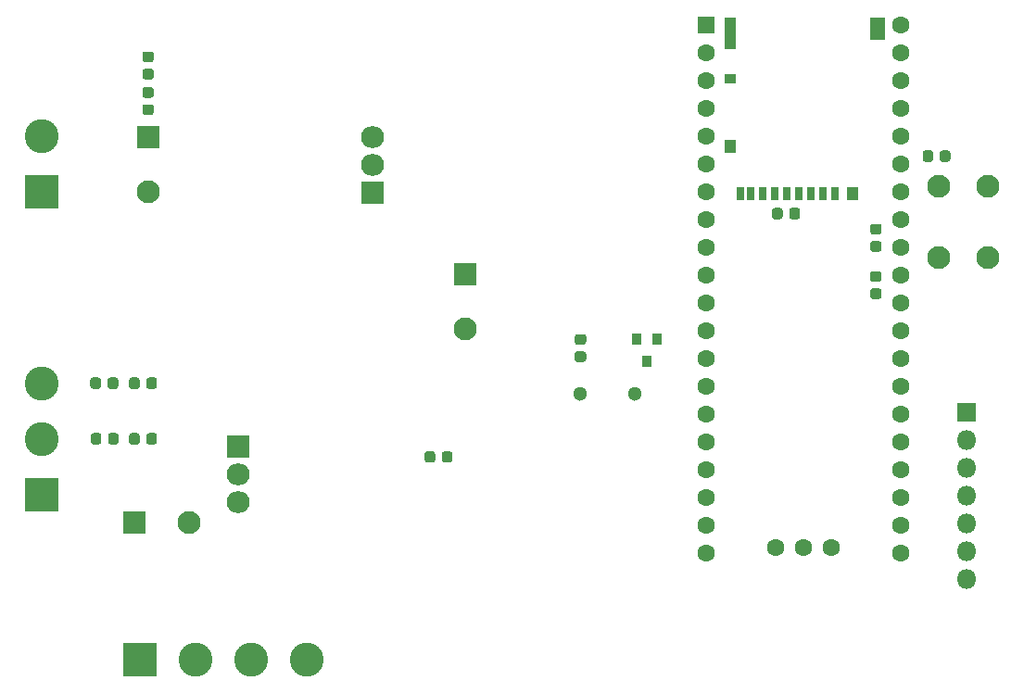
<source format=gbr>
%TF.GenerationSoftware,KiCad,Pcbnew,(5.1.6)-1*%
%TF.CreationDate,2022-03-23T15:28:11-04:00*%
%TF.ProjectId,MPPT_picoShield,4d505054-5f70-4696-936f-536869656c64,rev?*%
%TF.SameCoordinates,Original*%
%TF.FileFunction,Soldermask,Bot*%
%TF.FilePolarity,Negative*%
%FSLAX46Y46*%
G04 Gerber Fmt 4.6, Leading zero omitted, Abs format (unit mm)*
G04 Created by KiCad (PCBNEW (5.1.6)-1) date 2022-03-23 15:28:11*
%MOMM*%
%LPD*%
G01*
G04 APERTURE LIST*
%ADD10C,1.600000*%
%ADD11R,1.600000X1.600000*%
%ADD12C,2.100000*%
%ADD13O,2.100000X2.005000*%
%ADD14R,2.100000X2.005000*%
%ADD15R,0.900000X1.000000*%
%ADD16O,1.800000X1.800000*%
%ADD17R,1.800000X1.800000*%
%ADD18R,1.400000X2.000000*%
%ADD19R,1.100000X2.900000*%
%ADD20R,1.100000X0.900000*%
%ADD21R,1.100000X1.300000*%
%ADD22R,0.800000X1.300000*%
%ADD23C,3.100000*%
%ADD24R,3.100000X3.100000*%
%ADD25R,2.100000X2.100000*%
%ADD26C,1.300000*%
G04 APERTURE END LIST*
%TO.C,C33*%
G36*
G01*
X81468750Y-26087500D02*
X82031250Y-26087500D01*
G75*
G02*
X82275000Y-26331250I0J-243750D01*
G01*
X82275000Y-26818750D01*
G75*
G02*
X82031250Y-27062500I-243750J0D01*
G01*
X81468750Y-27062500D01*
G75*
G02*
X81225000Y-26818750I0J243750D01*
G01*
X81225000Y-26331250D01*
G75*
G02*
X81468750Y-26087500I243750J0D01*
G01*
G37*
G36*
G01*
X81468750Y-24512500D02*
X82031250Y-24512500D01*
G75*
G02*
X82275000Y-24756250I0J-243750D01*
G01*
X82275000Y-25243750D01*
G75*
G02*
X82031250Y-25487500I-243750J0D01*
G01*
X81468750Y-25487500D01*
G75*
G02*
X81225000Y-25243750I0J243750D01*
G01*
X81225000Y-24756250D01*
G75*
G02*
X81468750Y-24512500I243750J0D01*
G01*
G37*
%TD*%
%TO.C,C32*%
G36*
G01*
X82031250Y-21162500D02*
X81468750Y-21162500D01*
G75*
G02*
X81225000Y-20918750I0J243750D01*
G01*
X81225000Y-20431250D01*
G75*
G02*
X81468750Y-20187500I243750J0D01*
G01*
X82031250Y-20187500D01*
G75*
G02*
X82275000Y-20431250I0J-243750D01*
G01*
X82275000Y-20918750D01*
G75*
G02*
X82031250Y-21162500I-243750J0D01*
G01*
G37*
G36*
G01*
X82031250Y-22737500D02*
X81468750Y-22737500D01*
G75*
G02*
X81225000Y-22493750I0J243750D01*
G01*
X81225000Y-22006250D01*
G75*
G02*
X81468750Y-21762500I243750J0D01*
G01*
X82031250Y-21762500D01*
G75*
G02*
X82275000Y-22006250I0J-243750D01*
G01*
X82275000Y-22493750D01*
G75*
G02*
X82031250Y-22737500I-243750J0D01*
G01*
G37*
%TD*%
%TO.C,C31*%
G36*
G01*
X87587500Y-14281250D02*
X87587500Y-13718750D01*
G75*
G02*
X87831250Y-13475000I243750J0D01*
G01*
X88318750Y-13475000D01*
G75*
G02*
X88562500Y-13718750I0J-243750D01*
G01*
X88562500Y-14281250D01*
G75*
G02*
X88318750Y-14525000I-243750J0D01*
G01*
X87831250Y-14525000D01*
G75*
G02*
X87587500Y-14281250I0J243750D01*
G01*
G37*
G36*
G01*
X86012500Y-14281250D02*
X86012500Y-13718750D01*
G75*
G02*
X86256250Y-13475000I243750J0D01*
G01*
X86743750Y-13475000D01*
G75*
G02*
X86987500Y-13718750I0J-243750D01*
G01*
X86987500Y-14281250D01*
G75*
G02*
X86743750Y-14525000I-243750J0D01*
G01*
X86256250Y-14525000D01*
G75*
G02*
X86012500Y-14281250I0J243750D01*
G01*
G37*
%TD*%
D10*
%TO.C,U1*%
X77680000Y-49790000D03*
X72600000Y-49790000D03*
X75140000Y-49790000D03*
X84030000Y-7080000D03*
X84030000Y-2000000D03*
X84030000Y-17240000D03*
X84030000Y-37560000D03*
X84030000Y-40100000D03*
X84030000Y-24860000D03*
X84030000Y-22320000D03*
X84030000Y-4540000D03*
X84030000Y-19780000D03*
X84030000Y-9620000D03*
X84030000Y-14700000D03*
X84030000Y-12160000D03*
X84030000Y-50260000D03*
X84030000Y-27400000D03*
X84030000Y-29940000D03*
X84030000Y-42640000D03*
X84030000Y-45180000D03*
X84030000Y-35020000D03*
X84030000Y-47720000D03*
X84030000Y-32480000D03*
X66250000Y-32480000D03*
X66250000Y-27400000D03*
X66250000Y-42640000D03*
X66250000Y-50260000D03*
X66250000Y-47720000D03*
X66250000Y-29940000D03*
X66250000Y-45180000D03*
X66250000Y-35020000D03*
X66250000Y-40100000D03*
X66250000Y-37560000D03*
X66250000Y-22320000D03*
X66250000Y-24860000D03*
X66250000Y-17240000D03*
X66250000Y-19780000D03*
X66250000Y-12160000D03*
X66250000Y-14700000D03*
X66250000Y-7080000D03*
X66250000Y-9620000D03*
X66250000Y-4540000D03*
D11*
X66250000Y-2000000D03*
%TD*%
D12*
%TO.C,SW1*%
X87500000Y-16750000D03*
X92000000Y-16750000D03*
X87500000Y-23250000D03*
X92000000Y-23250000D03*
%TD*%
D13*
%TO.C,U10*%
X23500000Y-45580000D03*
X23500000Y-43040000D03*
D14*
X23500000Y-40500000D03*
%TD*%
%TO.C,R35*%
G36*
G01*
X15087500Y-35031250D02*
X15087500Y-34468750D01*
G75*
G02*
X15331250Y-34225000I243750J0D01*
G01*
X15818750Y-34225000D01*
G75*
G02*
X16062500Y-34468750I0J-243750D01*
G01*
X16062500Y-35031250D01*
G75*
G02*
X15818750Y-35275000I-243750J0D01*
G01*
X15331250Y-35275000D01*
G75*
G02*
X15087500Y-35031250I0J243750D01*
G01*
G37*
G36*
G01*
X13512500Y-35031250D02*
X13512500Y-34468750D01*
G75*
G02*
X13756250Y-34225000I243750J0D01*
G01*
X14243750Y-34225000D01*
G75*
G02*
X14487500Y-34468750I0J-243750D01*
G01*
X14487500Y-35031250D01*
G75*
G02*
X14243750Y-35275000I-243750J0D01*
G01*
X13756250Y-35275000D01*
G75*
G02*
X13512500Y-35031250I0J243750D01*
G01*
G37*
%TD*%
%TO.C,R34*%
G36*
G01*
X11550000Y-35031250D02*
X11550000Y-34468750D01*
G75*
G02*
X11793750Y-34225000I243750J0D01*
G01*
X12281250Y-34225000D01*
G75*
G02*
X12525000Y-34468750I0J-243750D01*
G01*
X12525000Y-35031250D01*
G75*
G02*
X12281250Y-35275000I-243750J0D01*
G01*
X11793750Y-35275000D01*
G75*
G02*
X11550000Y-35031250I0J243750D01*
G01*
G37*
G36*
G01*
X9975000Y-35031250D02*
X9975000Y-34468750D01*
G75*
G02*
X10218750Y-34225000I243750J0D01*
G01*
X10706250Y-34225000D01*
G75*
G02*
X10950000Y-34468750I0J-243750D01*
G01*
X10950000Y-35031250D01*
G75*
G02*
X10706250Y-35275000I-243750J0D01*
G01*
X10218750Y-35275000D01*
G75*
G02*
X9975000Y-35031250I0J243750D01*
G01*
G37*
%TD*%
%TO.C,R33*%
G36*
G01*
X15087500Y-40111250D02*
X15087500Y-39548750D01*
G75*
G02*
X15331250Y-39305000I243750J0D01*
G01*
X15818750Y-39305000D01*
G75*
G02*
X16062500Y-39548750I0J-243750D01*
G01*
X16062500Y-40111250D01*
G75*
G02*
X15818750Y-40355000I-243750J0D01*
G01*
X15331250Y-40355000D01*
G75*
G02*
X15087500Y-40111250I0J243750D01*
G01*
G37*
G36*
G01*
X13512500Y-40111250D02*
X13512500Y-39548750D01*
G75*
G02*
X13756250Y-39305000I243750J0D01*
G01*
X14243750Y-39305000D01*
G75*
G02*
X14487500Y-39548750I0J-243750D01*
G01*
X14487500Y-40111250D01*
G75*
G02*
X14243750Y-40355000I-243750J0D01*
G01*
X13756250Y-40355000D01*
G75*
G02*
X13512500Y-40111250I0J243750D01*
G01*
G37*
%TD*%
%TO.C,R32*%
G36*
G01*
X11587500Y-40111250D02*
X11587500Y-39548750D01*
G75*
G02*
X11831250Y-39305000I243750J0D01*
G01*
X12318750Y-39305000D01*
G75*
G02*
X12562500Y-39548750I0J-243750D01*
G01*
X12562500Y-40111250D01*
G75*
G02*
X12318750Y-40355000I-243750J0D01*
G01*
X11831250Y-40355000D01*
G75*
G02*
X11587500Y-40111250I0J243750D01*
G01*
G37*
G36*
G01*
X10012500Y-40111250D02*
X10012500Y-39548750D01*
G75*
G02*
X10256250Y-39305000I243750J0D01*
G01*
X10743750Y-39305000D01*
G75*
G02*
X10987500Y-39548750I0J-243750D01*
G01*
X10987500Y-40111250D01*
G75*
G02*
X10743750Y-40355000I-243750J0D01*
G01*
X10256250Y-40355000D01*
G75*
G02*
X10012500Y-40111250I0J243750D01*
G01*
G37*
%TD*%
%TO.C,R31*%
G36*
G01*
X15531250Y-5412500D02*
X14968750Y-5412500D01*
G75*
G02*
X14725000Y-5168750I0J243750D01*
G01*
X14725000Y-4681250D01*
G75*
G02*
X14968750Y-4437500I243750J0D01*
G01*
X15531250Y-4437500D01*
G75*
G02*
X15775000Y-4681250I0J-243750D01*
G01*
X15775000Y-5168750D01*
G75*
G02*
X15531250Y-5412500I-243750J0D01*
G01*
G37*
G36*
G01*
X15531250Y-6987500D02*
X14968750Y-6987500D01*
G75*
G02*
X14725000Y-6743750I0J243750D01*
G01*
X14725000Y-6256250D01*
G75*
G02*
X14968750Y-6012500I243750J0D01*
G01*
X15531250Y-6012500D01*
G75*
G02*
X15775000Y-6256250I0J-243750D01*
G01*
X15775000Y-6743750D01*
G75*
G02*
X15531250Y-6987500I-243750J0D01*
G01*
G37*
%TD*%
%TO.C,R30*%
G36*
G01*
X15531250Y-8662500D02*
X14968750Y-8662500D01*
G75*
G02*
X14725000Y-8418750I0J243750D01*
G01*
X14725000Y-7931250D01*
G75*
G02*
X14968750Y-7687500I243750J0D01*
G01*
X15531250Y-7687500D01*
G75*
G02*
X15775000Y-7931250I0J-243750D01*
G01*
X15775000Y-8418750D01*
G75*
G02*
X15531250Y-8662500I-243750J0D01*
G01*
G37*
G36*
G01*
X15531250Y-10237500D02*
X14968750Y-10237500D01*
G75*
G02*
X14725000Y-9993750I0J243750D01*
G01*
X14725000Y-9506250D01*
G75*
G02*
X14968750Y-9262500I243750J0D01*
G01*
X15531250Y-9262500D01*
G75*
G02*
X15775000Y-9506250I0J-243750D01*
G01*
X15775000Y-9993750D01*
G75*
G02*
X15531250Y-10237500I-243750J0D01*
G01*
G37*
%TD*%
%TO.C,R13*%
G36*
G01*
X42087500Y-41773751D02*
X42087500Y-41211251D01*
G75*
G02*
X42331250Y-40967501I243750J0D01*
G01*
X42818750Y-40967501D01*
G75*
G02*
X43062500Y-41211251I0J-243750D01*
G01*
X43062500Y-41773751D01*
G75*
G02*
X42818750Y-42017501I-243750J0D01*
G01*
X42331250Y-42017501D01*
G75*
G02*
X42087500Y-41773751I0J243750D01*
G01*
G37*
G36*
G01*
X40512500Y-41773751D02*
X40512500Y-41211251D01*
G75*
G02*
X40756250Y-40967501I243750J0D01*
G01*
X41243750Y-40967501D01*
G75*
G02*
X41487500Y-41211251I0J-243750D01*
G01*
X41487500Y-41773751D01*
G75*
G02*
X41243750Y-42017501I-243750J0D01*
G01*
X40756250Y-42017501D01*
G75*
G02*
X40512500Y-41773751I0J243750D01*
G01*
G37*
%TD*%
%TO.C,R6*%
G36*
G01*
X54468750Y-31837500D02*
X55031250Y-31837500D01*
G75*
G02*
X55275000Y-32081250I0J-243750D01*
G01*
X55275000Y-32568750D01*
G75*
G02*
X55031250Y-32812500I-243750J0D01*
G01*
X54468750Y-32812500D01*
G75*
G02*
X54225000Y-32568750I0J243750D01*
G01*
X54225000Y-32081250D01*
G75*
G02*
X54468750Y-31837500I243750J0D01*
G01*
G37*
G36*
G01*
X54468750Y-30262500D02*
X55031250Y-30262500D01*
G75*
G02*
X55275000Y-30506250I0J-243750D01*
G01*
X55275000Y-30993750D01*
G75*
G02*
X55031250Y-31237500I-243750J0D01*
G01*
X54468750Y-31237500D01*
G75*
G02*
X54225000Y-30993750I0J243750D01*
G01*
X54225000Y-30506250D01*
G75*
G02*
X54468750Y-30262500I243750J0D01*
G01*
G37*
%TD*%
D15*
%TO.C,Q3*%
X60800000Y-32750000D03*
X61750000Y-30750000D03*
X59850000Y-30750000D03*
%TD*%
D13*
%TO.C,Q1*%
X35750000Y-12250000D03*
X35750000Y-14790000D03*
D14*
X35750000Y-17330000D03*
%TD*%
D16*
%TO.C,J5*%
X90000000Y-52620000D03*
X90000000Y-50080000D03*
X90000000Y-47540000D03*
X90000000Y-45000000D03*
X90000000Y-42460000D03*
X90000000Y-39920000D03*
D17*
X90000000Y-37380000D03*
%TD*%
D18*
%TO.C,J4*%
X81925000Y-2312000D03*
D19*
X68425000Y-2763000D03*
D20*
X68425000Y-6913000D03*
D21*
X68425000Y-13112000D03*
D22*
X69375000Y-17412000D03*
D21*
X79575000Y-17412000D03*
D22*
X70325000Y-17412000D03*
X71425000Y-17412000D03*
X72525000Y-17412000D03*
X73625000Y-17412000D03*
X74725000Y-17412000D03*
X75825000Y-17412000D03*
X76925000Y-17412000D03*
X78025000Y-17412000D03*
%TD*%
D23*
%TO.C,J3*%
X29740000Y-60000000D03*
D24*
X14500000Y-60000000D03*
D23*
X24660000Y-60000000D03*
X19580000Y-60000000D03*
%TD*%
%TO.C,J2*%
X5500000Y-34750000D03*
X5500000Y-39830000D03*
D24*
X5500000Y-44910000D03*
%TD*%
D23*
%TO.C,J1*%
X5500000Y-12170000D03*
D24*
X5500000Y-17250000D03*
%TD*%
%TO.C,C11*%
G36*
G01*
X73237500Y-18968750D02*
X73237500Y-19531250D01*
G75*
G02*
X72993750Y-19775000I-243750J0D01*
G01*
X72506250Y-19775000D01*
G75*
G02*
X72262500Y-19531250I0J243750D01*
G01*
X72262500Y-18968750D01*
G75*
G02*
X72506250Y-18725000I243750J0D01*
G01*
X72993750Y-18725000D01*
G75*
G02*
X73237500Y-18968750I0J-243750D01*
G01*
G37*
G36*
G01*
X74812500Y-18968750D02*
X74812500Y-19531250D01*
G75*
G02*
X74568750Y-19775000I-243750J0D01*
G01*
X74081250Y-19775000D01*
G75*
G02*
X73837500Y-19531250I0J243750D01*
G01*
X73837500Y-18968750D01*
G75*
G02*
X74081250Y-18725000I243750J0D01*
G01*
X74568750Y-18725000D01*
G75*
G02*
X74812500Y-18968750I0J-243750D01*
G01*
G37*
%TD*%
D12*
%TO.C,C5*%
X19000000Y-47500000D03*
D25*
X14000000Y-47500000D03*
%TD*%
D12*
%TO.C,C2*%
X44250000Y-29750000D03*
D25*
X44250000Y-24750000D03*
%TD*%
D12*
%TO.C,C1*%
X15250000Y-17250000D03*
D25*
X15250000Y-12250000D03*
%TD*%
D26*
%TO.C,BZ1*%
X59750000Y-35750000D03*
X54750000Y-35750000D03*
%TD*%
M02*

</source>
